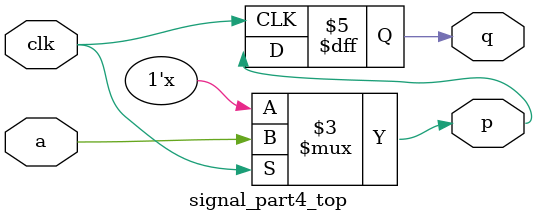
<source format=v>
module signal_part4_top(
    input a, clk,
    output reg p, q
);
always @(*) begin
    if (clk) p <= a;
end
always @(negedge clk) begin
    q <= p;
end
endmodule
</source>
